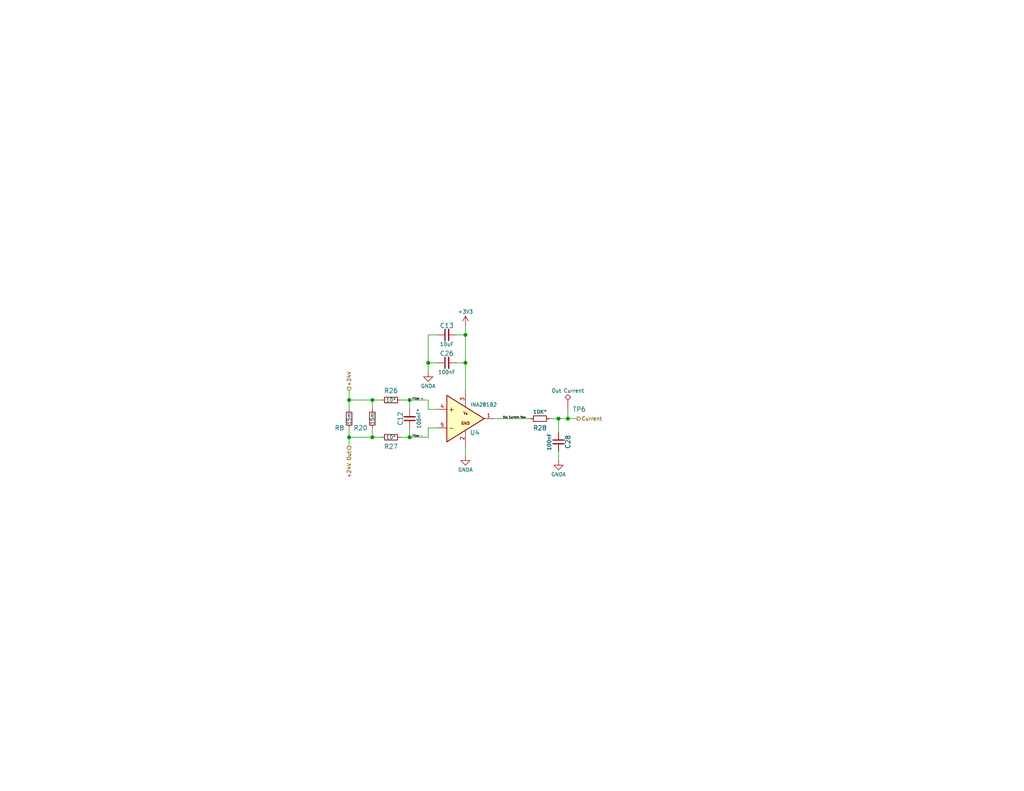
<source format=kicad_sch>
(kicad_sch (version 20231120) (generator "eeschema") (generator_version "8.0")
  (paper "USLetter")
  (title_block (title "Current Sense Amplifier") (date "2025-02-06") (rev "1.0.1") (company "Erratic.Tech"))
  (lib_symbols
    (symbol "KiLight Mono:+3V3" (power) (pin_numbers hide) (pin_names (offset 0) hide)
      (property "Value" "+3V3" (at 0 3.556 0))
      (symbol "+3V3_0_1"
        (polyline (pts (xy -0.762 1.27) (xy 0 2.54)))
        (polyline (pts (xy 0 0) (xy 0 2.54)))
        (polyline (pts (xy 0 2.54) (xy 0.762 1.27)))
      )
      (symbol "+3V3_1_1"
        (pin power_in line (at 0 0 90) (length 0) (name "~") (number "1"))
      )
    )
    (symbol "KiLight Mono:C_Small" (pin_numbers hide) (pin_names (offset 0.254) hide)
      (property "Reference" "C" (at 0.254 1.778 0))
      (property "Value" "C_Small" (at 0.254 -2.032 0))
      (symbol "C_Small_0_1"
        (polyline (pts (xy -1.524 -0.508) (xy 1.524 -0.508)) (stroke (width 0.3302)))
        (polyline (pts (xy -1.524 0.508) (xy 1.524 0.508)) (stroke (width 0.3048)))
      )
      (symbol "C_Small_1_1"
        (pin passive line (at 0 2.54 270) (length 2.032) (name "~") (number "1"))
        (pin passive line (at 0 -2.54 90) (length 2.032) (name "~") (number "2"))
      )
    )
    (symbol "KiLight Mono:GNDA" (power) (pin_numbers hide) (pin_names (offset 0) hide)
      (property "Value" "GNDA" (at 0 -3.81 0))
      (symbol "GNDA_0_1"
        (polyline (pts (xy 0 0) (xy 0 -1.27) (xy 1.27 -1.27) (xy 0 -2.54) (xy -1.27 -1.27) (xy 0 -1.27)))
      )
      (symbol "GNDA_1_1"
        (pin power_in line (at 0 0 270) (length 0) (name "~") (number "1"))
      )
    )
    (symbol "KiLight Mono:INA281B3" (pin_names hide)
      (property "Reference" "U" (at 2.54 -3.81 0))
      (property "Value" "INA281B3" (at 5.08 4.064 0))
      (symbol "INA281B3_1_1"
        (polyline (pts (xy 5.08 0) (xy -5.08 6.35) (xy -5.08 -6.35) (xy 5.08 0)) (stroke (width 0.254)) (fill (type background)))
        (text "+" (at -3.81 2.54 0) (effects (font (size 1.27 1.27))))
        (text "-" (at -3.81 -2.54 0) (effects (font (size 1.27 1.27))))
        (text "GND" (at 0 -1.27 0) (effects (font (size 0.75 0.75))))
        (text "V_{s}" (at 0 1.524 0) (effects (font (size 0.75 0.75))))
        (pin output line (at 7.62 0 180) (length 2.54) (name "OUT") (number "1"))
        (pin power_in line (at 0 -7.62 90) (length 4.5) (name "GND") (number "2"))
        (pin power_in line (at 0 7.62 270) (length 4.5) (name "V_{S}") (number "3"))
        (pin input line (at -7.62 2.54 0) (length 2.54) (name "IN+") (number "4"))
        (pin input line (at -7.62 -2.54 0) (length 2.54) (name "IN-") (number "5"))
      )
    )
    (symbol "KiLight Mono:R_Small" (pin_numbers hide) (pin_names (offset 0.254) hide)
      (property "Reference" "R" (at 0.762 0.508 0))
      (property "Value" "R_Small" (at 0.762 -1.016 0))
      (symbol "R_Small_0_1"
        (rectangle (start -0.762 1.778) (end 0.762 -1.778) (stroke (width 0.2032)))
      )
      (symbol "R_Small_1_1"
        (pin passive line (at 0 2.54 270) (length 0.762) (name "~") (number "1"))
        (pin passive line (at 0 -2.54 90) (length 0.762) (name "~") (number "2"))
      )
    )
    (symbol "KiLight Mono:TestPoint_Alt" (pin_numbers hide) (pin_names (offset 0.762) hide)
      (property "Reference" "TP" (at 0 6.858 0))
      (property "Value" "TestPoint_Alt" (at 0 5.08 0))
      (symbol "TestPoint_Alt_0_1"
        (polyline (pts (xy 0 2.54) (xy -0.762 3.302) (xy 0 4.064) (xy 0.762 3.302) (xy 0 2.54)))
      )
      (symbol "TestPoint_Alt_1_1"
        (pin passive line (at 0 0 90) (length 2.54) (name "1") (number "1"))
      )
    )
  )
  (junction (at 116.84 99.06))
  (junction (at 101.6 119.38))
  (junction (at 95.25 109.22))
  (junction (at 101.6 109.22))
  (junction (at 95.25 119.38))
  (junction (at 154.94 114.3))
  (junction (at 127 99.06))
  (junction (at 111.76 109.22))
  (junction (at 127 91.44))
  (junction (at 111.76 119.38))
  (junction (at 152.4 114.3))
  (wire (pts (xy 101.6 119.38) (xy 104.14 119.38)))
  (wire (pts (xy 101.6 116.84) (xy 101.6 119.38)))
  (wire (pts (xy 116.84 111.76) (xy 116.84 109.22)))
  (wire (pts (xy 111.76 119.38) (xy 116.84 119.38)))
  (wire (pts (xy 119.38 111.76) (xy 116.84 111.76)))
  (wire (pts (xy 111.76 109.22) (xy 109.22 109.22)))
  (wire (pts (xy 127 99.06) (xy 127 106.68)))
  (wire (pts (xy 154.94 114.3) (xy 157.48 114.3)))
  (wire (pts (xy 109.22 119.38) (xy 111.76 119.38)))
  (wire (pts (xy 149.86 114.3) (xy 152.4 114.3)))
  (wire (pts (xy 152.4 114.3) (xy 154.94 114.3)))
  (wire (pts (xy 134.62 114.3) (xy 144.78 114.3)))
  (wire (pts (xy 154.94 111.76) (xy 154.94 114.3)))
  (wire (pts (xy 116.84 91.44) (xy 119.38 91.44)))
  (wire (pts (xy 116.84 109.22) (xy 111.76 109.22)))
  (wire (pts (xy 124.46 99.06) (xy 127 99.06)))
  (wire (pts (xy 116.84 99.06) (xy 119.38 99.06)))
  (wire (pts (xy 116.84 101.6) (xy 116.84 99.06)))
  (wire (pts (xy 152.4 123.19) (xy 152.4 125.73)))
  (wire (pts (xy 111.76 111.76) (xy 111.76 109.22)))
  (wire (pts (xy 95.25 111.76) (xy 95.25 109.22)))
  (wire (pts (xy 95.25 106.68) (xy 95.25 109.22)))
  (wire (pts (xy 95.25 119.38) (xy 95.25 121.92)))
  (wire (pts (xy 95.25 119.38) (xy 101.6 119.38)))
  (wire (pts (xy 119.38 116.84) (xy 116.84 116.84)))
  (wire (pts (xy 127 88.9) (xy 127 91.44)))
  (wire (pts (xy 95.25 109.22) (xy 101.6 109.22)))
  (wire (pts (xy 101.6 109.22) (xy 104.14 109.22)))
  (wire (pts (xy 152.4 114.3) (xy 152.4 118.11)))
  (wire (pts (xy 111.76 119.38) (xy 111.76 116.84)))
  (wire (pts (xy 127 91.44) (xy 127 99.06)))
  (wire (pts (xy 124.46 91.44) (xy 127 91.44)))
  (wire (pts (xy 101.6 109.22) (xy 101.6 111.76)))
  (wire (pts (xy 95.25 116.84) (xy 95.25 119.38)))
  (wire (pts (xy 116.84 99.06) (xy 116.84 91.44)))
  (wire (pts (xy 116.84 116.84) (xy 116.84 119.38)))
  (wire (pts (xy 127 121.92) (xy 127 124.46)))
  (label "Filter +" (at 115.57 109.22 180) (effects (font (size 0.5 0.5))))
  (label "Filter -" (at 115.57 119.38 180) (effects (font (size 0.5 0.5))))
  (label "Out Current Raw" (at 137.16 114.3 0) (effects (font (size 0.5 0.5))))
  (hierarchical_label "Current" (shape output) (at 157.48 114.3 0) (effects (font (size 1 1))))
  (hierarchical_label "+24V" (shape input) (at 95.25 106.68 90) (effects (font (size 1 1))))
  (hierarchical_label "+24V Out" (shape output) (at 95.25 121.92 270) (effects (font (size 1 1))))
  (symbol (lib_id "KiLight Mono:C_Small") (at 111.76 114.3 180) (unit 1)
    (property "Reference" "C12" (at 109.22 114.3 90))
    (property "Value" "100nF*" (at 114.3 114.3 90) (effects (font (size 1 1))))
    (property "Footprint" "Capacitor_SMD:C_1206_3216Metric" (effects (hide yes)))
    (property "Description" "Unpolarized capacitor, small symbol" (effects (hide yes)))
    (property "Part Number" "GRM31C5C1H104JA01K" (effects (hide yes)))
  )
  (symbol (lib_id "KiLight Mono:INA281B3") (at 127 114.3 0) (unit 1)
    (property "Reference" "U4" (at 129.54 118.11 0))
    (property "Value" "INA281B2" (at 128.27 110.49 0) (effects (font (size 1 1)) (justify left)))
    (property "Footprint" "Package_TO_SOT_SMD:SOT-23-5" (effects (hide yes)))
    (property "Datasheet" "https://www.ti.com/lit/ds/symlink/ina281.pdf" (effects (hide yes)))
    (property "Description" "-4-V to 110-V, 1.3-MHz, high-precision current sense amplifier, 100V/V Fixed Gain" (effects (hide yes)))
    (property "Part Number" "INA281B2IDBVR" (effects (hide yes)))
  )
  (symbol (lib_id "KiLight Mono:R_Small") (at 106.68 109.22 270) (unit 1)
    (property "Reference" "R26" (at 106.68 106.68 90))
    (property "Value" "10*" (at 106.68 109.22 90) (effects (font (size 1 1))))
    (property "Footprint" "Resistor_SMD:R_0603_1608Metric" (effects (hide yes)))
    (property "Part Number" "CRT0603-BY-10R0ELF" (effects (hide yes)))
  )
  (symbol (lib_id "KiLight Mono:GNDA") (at 127 124.46 0) (unit 1)
    (property "Reference" "#PWR041" (effects (hide yes)))
    (property "Value" "GNDA" (at 127 128.27 0) (effects (font (size 1 1))))
    (property "Description" "Power symbol creates a global label with name \"GNDA\" , analog ground" (effects (hide yes)))
  )
  (symbol (lib_id "KiLight Mono:R_Small") (at 95.25 114.3 0) (unit 1)
    (property "Reference" "R8" (at 93.98 116.84 0) (effects (justify right)))
    (property "Value" "15m" (at 95.25 114.3 90) (effects (font (size 1 1))))
    (property "Footprint" "Resistor_SMD:R_2512_6332Metric" (effects (hide yes)))
    (property "Description" "Resistor, small symbol" (effects (hide yes)))
    (property "Part Number" "MCS3264R015FER" (effects (hide yes)))
  )
  (symbol (lib_id "KiLight Mono:TestPoint_Alt") (at 154.94 111.76 0) (unit 1) (in_bom no)
    (property "Reference" "TP6" (at 156.21 111.76 0) (effects (justify left)))
    (property "Value" "Out Current" (at 154.94 106.68 0) (effects (font (size 1 1))))
    (property "Footprint" "Measurement Points - Custom:TestPoint_Loop_0805_RCT_SMD" (effects (hide yes)))
    (property "Description" "test point (alternative shape)" (effects (hide yes)))
    (property "Part Number" "RCTCTE" (effects (hide yes)))
  )
  (symbol (lib_id "KiLight Mono:C_Small") (at 121.92 99.06 90) (unit 1)
    (property "Reference" "C26" (at 121.92 96.52 90))
    (property "Value" "100nF" (at 121.92 101.6 90) (effects (font (size 1 1))))
    (property "Footprint" "Capacitor_SMD:C_0603_1608Metric" (effects (hide yes)))
    (property "Description" "Unpolarized capacitor, small symbol" (effects (hide yes)))
    (property "Part Number" "C0603C104K5RACTU" (effects (hide yes)))
  )
  (symbol (lib_id "KiLight Mono:+3V3") (at 127 88.9 0) (unit 1)
    (property "Reference" "#PWR040" (effects (hide yes)))
    (property "Value" "+3V3" (at 127 85.09 0) (effects (font (size 1 1))))
    (property "Description" "Power symbol creates a global label with name \"+3V3\"" (effects (hide yes)))
  )
  (symbol (lib_id "KiLight Mono:R_Small") (at 147.32 114.3 270) (unit 1)
    (property "Reference" "R28" (at 147.32 116.84 90))
    (property "Value" "10K*" (at 147.32 113.03 90) (effects (font (size 1 1)) (justify bottom)))
    (property "Footprint" "Resistor_SMD:R_0603_1608Metric" (effects (hide yes)))
    (property "Part Number" "ERA-3AEB103V" (effects (hide yes)))
  )
  (symbol (lib_id "KiLight Mono:C_Small") (at 121.92 91.44 90) (unit 1)
    (property "Reference" "C13" (at 121.92 88.9 90))
    (property "Value" "10uF" (at 121.92 93.98 90) (effects (font (size 1 1))))
    (property "Footprint" "Capacitor_SMD:C_0805_2012Metric" (effects (hide yes)))
    (property "Description" "Unpolarized capacitor, small symbol" (effects (hide yes)))
    (property "Part Number" "GRM21BC81C106KE15L" (effects (hide yes)))
  )
  (symbol (lib_id "KiLight Mono:GNDA") (at 152.4 125.73 0) (unit 1)
    (property "Reference" "#PWR0107" (effects (hide yes)))
    (property "Value" "GNDA" (at 152.4 129.54 0) (effects (font (size 1 1))))
    (property "Description" "Power symbol creates a global label with name \"GNDA\" , analog ground" (effects (hide yes)))
  )
  (symbol (lib_id "KiLight Mono:C_Small") (at 152.4 120.65 0) (unit 1)
    (property "Reference" "C28" (at 154.94 120.65 90))
    (property "Value" "100nF" (at 149.86 120.65 90) (effects (font (size 1 1))))
    (property "Footprint" "Capacitor_SMD:C_0603_1608Metric" (effects (hide yes)))
    (property "Description" "Unpolarized capacitor, small symbol" (effects (hide yes)))
    (property "Part Number" "C0603C104K5RACTU" (effects (hide yes)))
  )
  (symbol (lib_id "KiLight Mono:R_Small") (at 101.6 114.3 0) (unit 1)
    (property "Reference" "R20" (at 100.33 116.84 0) (effects (justify right)))
    (property "Value" "15m" (at 101.6 114.3 90) (effects (font (size 1 1))))
    (property "Footprint" "Resistor_SMD:R_2512_6332Metric" (effects (hide yes)))
    (property "Description" "Resistor, small symbol" (effects (hide yes)))
    (property "Part Number" "MCS3264R015FER" (effects (hide yes)))
  )
  (symbol (lib_id "KiLight Mono:R_Small") (at 106.68 119.38 270) (unit 1)
    (property "Reference" "R27" (at 106.68 121.92 90))
    (property "Value" "10*" (at 106.68 119.38 90) (effects (font (size 1 1))))
    (property "Footprint" "Resistor_SMD:R_0603_1608Metric" (effects (hide yes)))
    (property "Part Number" "CRT0603-BY-10R0ELF" (effects (hide yes)))
  )
  (symbol (lib_id "KiLight Mono:GNDA") (at 116.84 101.6 0) (unit 1)
    (property "Reference" "#PWR039" (effects (hide yes)))
    (property "Value" "GNDA" (at 116.84 105.41 0) (effects (font (size 1 1))))
    (property "Description" "Power symbol creates a global label with name \"GNDA\" , analog ground" (effects (hide yes)))
  )
)
</source>
